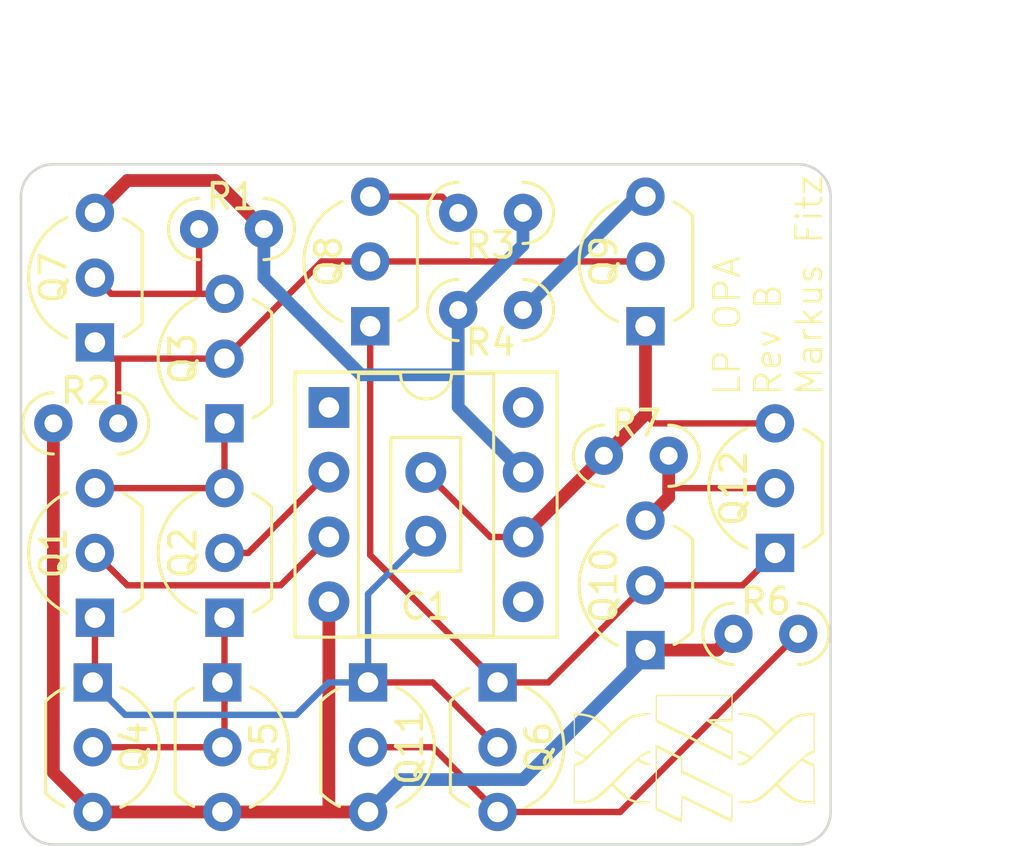
<source format=kicad_pcb>
(kicad_pcb (version 20221018) (generator pcbnew)
  (layers (0 "F.Cu" signal) (31 "B.Cu" signal) (34 "B.Paste" user) (35 "F.Paste" user) (36 "B.SilkS" user "B.Silkscreen") (37 "F.SilkS" user "F.Silkscreen") (38 "B.Mask" user) (39 "F.Mask" user) (44 "Edge.Cuts" user))
  (net 0 "")
  (net 1 "Net-(Q1-C)")
  (net 2 "out")
  (net 4 "in-")
  (net 5 "in+")
  (net 6 "V-")
  (net 8 "V+")
  (net 10 "Net-(Q1-E)")
  (net 11 "Net-(Q2-C)")
  (net 12 "/bias_ref")
  (net 13 "Net-(Q3-E)")
  (net 14 "Net-(Q10-B)")
  (net 15 "Net-(Q11-B)")
  (net 16 "Net-(Q8-E)")
  (net 17 "Net-(Q9-E)")
  (net 18 "Net-(Q10-E)")
  (footprint "Package_TO_SOT_THT:TO-92_Inline_Wide" (layer "F.Cu") (at 139.425 80.645 90)
    (fp_text reference "Q9" (at 2.54 -1.63 90) (layer "F.SilkS"))
    (fp_text value "BC557")
    (fp_line (start 0.74 1.85) (end 4.34 1.85) (stroke (width 0.12)) (layer "F.SilkS"))
    (fp_arc (start 0.1836 -1.098807) (mid 1.143021 -2.192817) (end 2.54 -2.6) (stroke (width 0.12)) (layer "F.SilkS"))
    (fp_arc (start 0.74 1.85) (mid 0.446097 1.509328) (end 0.215816 1.122795) (stroke (width 0.12)) (layer "F.SilkS"))
    (fp_arc (start 2.54 -2.6) (mid 3.936979 -2.192818) (end 4.8964 -1.098807) (stroke (width 0.12)) (layer "F.SilkS"))
    (fp_arc (start 4.864184 1.122795) (mid 4.633903 1.509328) (end 4.34 1.85) (stroke (width 0.12)) (layer "F.SilkS"))
    (pad "1" thru_hole rect (at 0 0 90) (size 1.5 1.5) (drill 0.8) (layers "*.Cu" "*.Mask") (net 2 "out"))
    (pad "2" thru_hole circle (at 2.54 0 90) (size 1.5 1.5) (drill 0.8) (layers "*.Cu" "*.Mask") (net 12 "/bias_ref"))
    (pad "3" thru_hole circle (at 5.08 0 90) (size 1.5 1.5) (drill 0.8) (layers "*.Cu" "*.Mask") (net 17 "Net-(Q9-E)"))
  )
  (footprint "FA_resistors_tht:resistor_symm" (layer "F.Cu") (at 133.35 80.01)
    (fp_text reference "R4" (at 0 1.27 unlocked) (layer "F.SilkS"))
    (fp_text value "65")
    (fp_arc (start -1.27 1.2) (mid -2.47 0) (end -1.27 -1.2) (stroke (width 0.12)) (layer "F.SilkS"))
    (fp_arc (start 1.27 -1.2) (mid 2.47 0) (end 1.27 1.2) (stroke (width 0.12)) (layer "F.SilkS"))
    (pad "1" thru_hole circle (at -1.27 0) (size 1.5 1.5) (drill 0.7) (layers "*.Cu" "*.Mask") (net 8 "V+"))
    (pad "2" thru_hole circle (at 1.27 0) (size 1.5 1.5) (drill 0.7) (layers "*.Cu" "*.Mask") (net 17 "Net-(Q9-E)"))
  )
  (footprint "Package_TO_SOT_THT:TO-92_Inline_Wide" (layer "F.Cu") (at 117.835 92.075 90)
    (fp_text reference "Q1" (at 2.54 -1.63 90) (layer "F.SilkS"))
    (fp_text value "BC557")
    (fp_line (start 0.74 1.85) (end 4.34 1.85) (stroke (width 0.12)) (layer "F.SilkS"))
    (fp_arc (start 0.1836 -1.098807) (mid 1.143021 -2.192817) (end 2.54 -2.6) (stroke (width 0.12)) (layer "F.SilkS"))
    (fp_arc (start 0.74 1.85) (mid 0.446097 1.509328) (end 0.215816 1.122795) (stroke (width 0.12)) (layer "F.SilkS"))
    (fp_arc (start 2.54 -2.6) (mid 3.936979 -2.192818) (end 4.8964 -1.098807) (stroke (width 0.12)) (layer "F.SilkS"))
    (fp_arc (start 4.864184 1.122795) (mid 4.633903 1.509328) (end 4.34 1.85) (stroke (width 0.12)) (layer "F.SilkS"))
    (pad "1" thru_hole rect (at 0 0 90) (size 1.5 1.5) (drill 0.8) (layers "*.Cu" "*.Mask") (net 1 "Net-(Q1-C)"))
    (pad "2" thru_hole circle (at 2.54 0 90) (size 1.5 1.5) (drill 0.8) (layers "*.Cu" "*.Mask") (net 5 "in+"))
    (pad "3" thru_hole circle (at 5.08 0 90) (size 1.5 1.5) (drill 0.8) (layers "*.Cu" "*.Mask") (net 10 "Net-(Q1-E)"))
  )
  (footprint "Package_TO_SOT_THT:TO-92_Inline_Wide" (layer "F.Cu") (at 122.915 92.075 90)
    (fp_text reference "Q2" (at 2.54 -1.63 90) (layer "F.SilkS"))
    (fp_text value "BC557")
    (fp_line (start 0.74 1.85) (end 4.34 1.85) (stroke (width 0.12)) (layer "F.SilkS"))
    (fp_arc (start 0.1836 -1.098807) (mid 1.143021 -2.192817) (end 2.54 -2.6) (stroke (width 0.12)) (layer "F.SilkS"))
    (fp_arc (start 0.74 1.85) (mid 0.446097 1.509328) (end 0.215816 1.122795) (stroke (width 0.12)) (layer "F.SilkS"))
    (fp_arc (start 2.54 -2.6) (mid 3.936979 -2.192818) (end 4.8964 -1.098807) (stroke (width 0.12)) (layer "F.SilkS"))
    (fp_arc (start 4.864184 1.122795) (mid 4.633903 1.509328) (end 4.34 1.85) (stroke (width 0.12)) (layer "F.SilkS"))
    (pad "1" thru_hole rect (at 0 0 90) (size 1.5 1.5) (drill 0.8) (layers "*.Cu" "*.Mask") (net 11 "Net-(Q2-C)"))
    (pad "2" thru_hole circle (at 2.54 0 90) (size 1.5 1.5) (drill 0.8) (layers "*.Cu" "*.Mask") (net 4 "in-"))
    (pad "3" thru_hole circle (at 5.08 0 90) (size 1.5 1.5) (drill 0.8) (layers "*.Cu" "*.Mask") (net 10 "Net-(Q1-E)"))
  )
  (footprint "FA_logos:full_logo_small" (layer "F.Cu") (at 141.31 97.63 90)
    (fp_text reference "G***" hide)
    (fp_text value "LOGO" hide)
    (fp_poly (pts (xy 2.525146 0.024757) (xy 2.525146 1.534893) (xy 2.005263 1.534893) (xy 1.48538 1.534893) (xy 1.48246 1.126413) (xy 1.479539 0.717934) (xy 1.273405 1.126413) (xy 1.067272 1.534893) (xy 0.508985 1.534893) (xy -0.049301 1.534893) (xy -0.02456 1.48538) (xy 0.099244 1.48538) (xy 0.534346 1.48538) (xy 0.969447 1.48538) (xy 1.21306 0.990254) (xy 1.316276 0.791461) (xy 1.410007 0.630752) (xy 1.483001 0.526243) (xy 1.52054 0.495127) (xy 1.551509 0.521988) (xy 1.571373 0.611059) (xy 1.581775 0.775071) (xy 1.584405 0.990254) (xy 1.584405 1.48538) (xy 2.03002 1.48538) (xy 2.475634 1.48538) (xy 2.475634 0.024757) (xy 2.475634 -1.435867) (xy 2.017251 -1.435867) (xy 1.558868 -1.435867) (xy 0.829056 0.024757) (xy 0.099244 1.48538) (xy -0.02456 1.48538) (xy 0.705284 0.024757) (xy 1.459869 -1.48538) (xy 1.992507 -1.48538) (xy 2.525146 -1.48538)) (fill solid) (layer "F.SilkS"))
    (fp_poly (pts (xy 0.335005 -0.965497) (xy 0.07645 -0.445614) (xy -0.173194 -0.445614) (xy -0.422837 -0.445614) (xy -0.915984 0.54464) (xy -1.409132 1.534893) (xy -1.942383 1.534893) (xy -2.158758 1.532708) (xy -2.332931 1.52679) (xy -2.444705 1.518097) (xy -2.475633 1.509642) (xy -2.457888 1.467925) (xy -2.327095 1.467925) (xy -2.281366 1.475798) (xy -2.159301 1.481826) (xy -1.983588 1.485071) (xy -1.904414 1.48538) (xy -1.481733 1.48538) (xy -1.005231 0.495127) (xy -0.528729 -0.495127) (xy -0.275539 -0.495127) (xy -0.022349 -0.495127) (xy 0.211308 -0.965497) (xy 0.444964 -1.435867) (xy -0.717762 -1.435867) (xy -1.880488 -1.435867) (xy -2.103792 -0.991243) (xy -2.197735 -0.801953) (xy -2.272187 -0.647684) (xy -2.317624 -0.548413) (xy -2.327095 -0.522665) (xy -2.28119 -0.510941) (xy -2.157863 -0.499103) (xy -1.978703 -0.488916) (xy -1.860473 -0.484541) (xy -1.393851 -0.47037) (xy -1.860473 0.490049) (xy -1.99753 0.772919) (xy -2.118671 1.024417) (xy -2.217626 1.231409) (xy -2.288128 1.380756) (xy -2.323907 1.459322) (xy -2.327095 1.467925) (xy -2.457888 1.467925) (xy -2.454447 1.459835) (xy -2.395212 1.334889) (xy -2.304414 1.148114) (xy -2.18854 0.912815) (xy -2.054077 0.642302) (xy -2.005263 0.54464) (xy -1.865956 0.265182) (xy -1.743033 0.016413) (xy -1.642979 -0.188359) (xy -1.572281 -0.335826) (xy -1.537426 -0.412681) (xy -1.534893 -0.420362) (xy -1.580818 -0.431213) (xy -1.704257 -0.439728) (xy -1.883705 -0.444753) (xy -2.005263 -0.445614) (xy -2.207387 -0.448119) (xy -2.366003 -0.454852) (xy -2.459606 -0.464639) (xy -2.475633 -0.47127) (xy -2.454723 -0.52322) (xy -2.398007 -0.644559) (xy -2.314505 -0.816377) (xy -2.227619 -0.991153) (xy -1.979604 -1.48538) (xy -0.693022 -1.48538) (xy 0.59356 -1.48538)) (fill solid) (layer "F.SilkS"))
    (fp_poly (pts (xy 1.807361 -4.3955) (xy 1.745641 -4.067677) (xy 1.63129 -3.79761) (xy 1.447432 -3.550707) (xy 1.342528 -3.442782) (xy 1.088852 -3.19687) (xy 1.359196 -2.922899) (xy 1.501713 -2.765218) (xy 1.622691 -2.607743) (xy 1.697475 -2.482782) (xy 1.700529 -2.475633) (xy 1.743875 -2.338534) (xy 1.780083 -2.168685) (xy 1.806085 -1.992172) (xy 1.818811 -1.835085) (xy 1.815194 -1.72351) (xy 1.793713 -1.683431) (xy 1.763688 -1.728371) (xy 1.733087 -1.845505) (xy 1.711079 -1.98974) (xy 1.679562 -2.182199) (xy 1.634574 -2.357654) (xy 1.599868 -2.447732) (xy 1.544341 -2.524645) (xy 1.429232 -2.659717) (xy 1.2652 -2.841305) (xy 1.062901 -3.057767) (xy 0.832996 -3.29746) (xy 0.662768 -3.471389) (xy 0.368028 -3.77308) (xy 0.139659 -4.014146) (xy -0.012484 -4.18382) (xy 0.119114 -4.18382) (xy 0.565726 -3.726188) (xy 1.012338 -3.268555) (xy 1.252858 -3.503381) (xy 1.393811 -3.654098) (xy 1.516621 -3.808034) (xy 1.58336 -3.912018) (xy 1.641276 -4.062932) (xy 1.690267 -4.257323) (xy 1.708848 -4.37001) (xy 1.744354 -4.654191) (xy 1.050724 -4.654191) (xy 0.357095 -4.654191) (xy 0.238104 -4.419006) (xy 0.119114 -4.18382) (xy -0.012484 -4.18382) (xy -0.028362 -4.201527) (xy -0.142057 -4.342165) (xy -0.20745 -4.442998) (xy -0.228859 -4.498777) (xy -0.259941 -4.654191) (xy -0.94693 -4.654191) (xy -1.633918 -4.654191) (xy -1.633642 -4.443762) (xy -1.629906 -4.293056) (xy -1.613944 -4.162268) (xy -1.577975 -4.039559) (xy -1.514217 -3.913092) (xy -1.414891 -3.771029) (xy -1.272216 -3.601533) (xy -1.078411 -3.392766) (xy -0.825696 -3.132891) (xy -0.665229 -2.970405) (xy -0.355053 -2.65216) (xy -0.101473 -2.38145) (xy 0.091165 -2.163175) (xy 0.218518 -2.002232) (xy 0.272723 -1.912909) (xy 0.316784 -1.789584) (xy 0.331549 -1.709466) (xy 0.328027 -1.697877) (xy 0.271613 -1.693995) (xy 0.216229 -1.748921) (xy 0.198051 -1.811876) (xy 0.172272 -1.904417) (xy 0.116479 -2.009459) (xy 0.034907 -2.133954) (xy -0.056489 -1.995339) (xy -0.120533 -1.873461) (xy -0.148188 -1.771816) (xy -0.148212 -1.770078) (xy -0.17185 -1.696591) (xy -0.198051 -1.683431) (xy -0.241324 -1.722487) (xy -0.241263 -1.821422) (xy -0.201406 -1.952884) (xy -0.1504 -2.051763) (xy -0.053236 -2.208977) (xy -0.512303 -2.666135) (xy -0.971369 -3.123293) (xy -1.252845 -2.828195) (xy -1.427733 -2.634301) (xy -1.540003 -2.474519) (xy -1.602889 -2.319299) (xy -1.629624 -2.139094) (xy -1.633918 -1.977283) (xy -1.641508 -1.820363) (xy -1.661296 -1.714117) (xy -1.683431 -1.683431) (xy -1.709265 -1.72893) (xy -1.726967 -1.849582) (xy -1.732943 -2.007235) (xy -1.714464 -2.263476) (xy -1.650361 -2.479735) (xy -1.52764 -2.683577) (xy -1.333302 -2.902568) (xy -1.291116 -2.944352) (xy -1.03934 -3.190265) (xy -1.309973 -3.464236) (xy -1.530173 -3.726625) (xy -1.665297 -3.99144) (xy -1.72652 -4.284394) (xy -1.732943 -4.437609) (xy -1.732943 -4.703703) (xy -0.940741 -4.703703) (xy -0.64321 -4.702857) (xy -0.430637 -4.699294) (xy -0.288962 -4.691477) (xy -0.204124 -4.677868) (xy -0.162062 -4.656931) (xy -0.148717 -4.627128) (xy -0.148212 -4.617056) (xy -0.121729 -4.516612) (xy -0.058294 -4.39455) (xy -0.056489 -4.391795) (xy 0.034907 -4.25318) (xy 0.110862 -4.369102) (xy 0.175593 -4.492383) (xy 0.205442 -4.581986) (xy 0.218263 -4.618098) (xy 0.250317 -4.644365) (xy 0.316001 -4.662713) (xy 0.429713 -4.675063) (xy 0.605851 -4.683342) (xy 0.858813 -4.689472) (xy 1.033024 -4.692576) (xy 1.841982 -4.706203)) (fill solid) (layer "F.SilkS"))
    (fp_poly (pts (xy 1.81577 1.776832) (xy 1.818558 1.891106) (xy 1.805145 2.049677) (xy 1.7786 2.226459) (xy 1.741991 2.395362) (xy 1.700529 2.525146) (xy 1.630197 2.646373) (xy 1.511823 2.802532) (xy 1.370065 2.961317) (xy 1.359196 2.972412) (xy 1.088852 3.246383) (xy 1.340628 3.492295) (xy 1.547594 3.717065) (xy 1.683722 3.929207) (xy 1.765851 4.162128) (xy 1.807725 4.41911) (xy 1.843505 4.753217) (xy 1.0554 4.753217) (xy 0.267296 4.753217) (xy 0.154982 4.52204) (xy 0.042667 4.290864) (xy -0.052609 4.435393) (xy -0.118182 4.558581) (xy -0.148042 4.661454) (xy -0.148212 4.666569) (xy -0.15607 4.699111) (xy -0.188734 4.72236) (xy -0.260265 4.737853) (xy -0.384722 4.747126) (xy -0.576167 4.751718) (xy -0.848659 4.753165) (xy -0.940741 4.753217) (xy -1.732943 4.753217) (xy -1.732943 4.703704) (xy -1.633918 4.703704) (xy -0.940741 4.703704) (xy -0.66375 4.702479) (xy -0.471042 4.697658) (xy -0.347893 4.687527) (xy -0.279576 4.670367) (xy -0.251368 4.644464) (xy -0.247563 4.622901) (xy -0.222645 4.528695) (xy -0.161546 4.403452) (xy -0.1504 4.384884) (xy -0.053236 4.22767) (xy -0.513478 3.769341) (xy -0.973721 3.311013) (xy -1.252101 3.611696) (xy -1.444601 3.845446) (xy -1.563414 4.06206) (xy -1.62171 4.291968) (xy -1.633642 4.493275) (xy -1.633918 4.703704) (xy -1.732943 4.703704) (xy -1.732943 4.487122) (xy -1.7023 4.172221) (xy -1.602925 3.89744) (xy -1.423647 3.637072) (xy -1.310059 3.513835) (xy -1.03951 3.23995) (xy -1.310431 2.972394) (xy -1.512402 2.741966) (xy -1.640003 2.526912) (xy -1.657148 2.482391) (xy -1.696327 2.327685) (xy -1.721467 2.15048) (xy -1.731646 1.977095) (xy -1.725939 1.833852) (xy -1.703425 1.747071) (xy -1.683431 1.732944) (xy -1.654513 1.777344) (xy -1.636536 1.890298) (xy -1.633642 1.968129) (xy -1.630289 2.125567) (xy -1.615457 2.260793) (xy -1.581373 2.385827) (xy -1.520269 2.512691) (xy -1.424373 2.653404) (xy -1.285914 2.819988) (xy -1.097123 3.024464) (xy -0.850228 3.278853) (xy -0.665229 3.466242) (xy -0.37068 3.768409) (xy -0.12379 4.031346) (xy 0.069265 4.248109) (xy 0.20231 4.411753) (xy 0.26917 4.515335) (xy 0.270487 4.518386) (xy 0.347918 4.703704) (xy 1.046136 4.703704) (xy 1.744354 4.703704) (xy 1.709185 4.422228) (xy 1.680896 4.241178) (xy 1.646475 4.081989) (xy 1.625837 4.013748) (xy 1.578257 3.943464) (xy 1.470807 3.814958) (xy 1.313931 3.639738) (xy 1.118072 3.429309) (xy 0.893674 3.19518) (xy 0.746638 3.045029) (xy 0.508098 2.801788) (xy 0.289334 2.575628) (xy 0.10125 2.37807) (xy -0.045251 2.220634) (xy -0.139262 2.11484) (xy -0.165973 2.080894) (xy -0.222333 1.962214) (xy -0.24586 1.843322) (xy -0.233546 1.756867) (xy -0.198051 1.732944) (xy -0.155904 1.773827) (xy -0.148212 1.819591) (xy -0.121729 1.920035) (xy -0.058294 2.042098) (xy -0.056489 2.044852) (xy 0.034907 2.183467) (xy 0.116479 2.058973) (xy 0.175851 1.945262) (xy 0.198051 1.861389) (xy 0.229642 1.774971) (xy 0.250858 1.755664) (xy 0.316955 1.737872) (xy 0.327608 1.79764) (xy 0.283016 1.930611) (xy 0.238609 2.026132) (xy 0.116727 2.272411) (xy 0.567182 2.720993) (xy 1.017638 3.169575) (xy 1.270991 2.909252) (xy 1.459981 2.699445) (xy 1.584416 2.51438) (xy 1.660656 2.321715) (xy 1.705063 2.089108) (xy 1.711079 2.039253) (xy 1.736133 1.880025) (xy 1.767012 1.769264) (xy 1.793713 1.732944)) (fill solid) (layer "F.SilkS"))
  )
  (footprint "FA_resistors_tht:resistor_symm" (layer "F.Cu") (at 144.145 92.71 180)
    (fp_text reference "R6" (at 0 1.27 unlocked) (layer "F.SilkS"))
    (fp_text value "510")
    (fp_arc (start -1.27 1.2) (mid -2.47 0) (end -1.27 -1.2) (stroke (width 0.12)) (layer "F.SilkS"))
    (fp_arc (start 1.27 -1.2) (mid 2.47 0) (end 1.27 1.2) (stroke (width 0.12)) (layer "F.SilkS"))
    (pad "1" thru_hole circle (at -1.27 0 180) (size 1.5 1.5) (drill 0.7) (layers "*.Cu" "*.Mask") (net 15 "Net-(Q11-B)"))
    (pad "2" thru_hole circle (at 1.27 0 180) (size 1.5 1.5) (drill 0.7) (layers "*.Cu" "*.Mask") (net 6 "V-"))
  )
  (footprint "FA_resistors_tht:resistor_symm" (layer "F.Cu") (at 117.475 84.455 180)
    (fp_text reference "R2" (at 0 1.27 unlocked) (layer "F.SilkS"))
    (fp_text value "22k")
    (fp_arc (start -1.27 1.2) (mid -2.47 0) (end -1.27 -1.2) (stroke (width 0.12)) (layer "F.SilkS"))
    (fp_arc (start 1.27 -1.2) (mid 2.47 0) (end 1.27 1.2) (stroke (width 0.12)) (layer "F.SilkS"))
    (pad "1" thru_hole circle (at -1.27 0 180) (size 1.5 1.5) (drill 0.7) (layers "*.Cu" "*.Mask") (net 12 "/bias_ref"))
    (pad "2" thru_hole circle (at 1.27 0 180) (size 1.5 1.5) (drill 0.7) (layers "*.Cu" "*.Mask") (net 6 "V-"))
  )
  (footprint "Package_TO_SOT_THT:TO-92_Inline_Wide" (layer "F.Cu") (at 139.425 93.345 90)
    (fp_text reference "Q10" (at 2.54 -1.63 90) (layer "F.SilkS"))
    (fp_text value "BC557")
    (fp_line (start 0.74 1.85) (end 4.34 1.85) (stroke (width 0.12)) (layer "F.SilkS"))
    (fp_arc (start 0.1836 -1.098807) (mid 1.143021 -2.192817) (end 2.54 -2.6) (stroke (width 0.12)) (layer "F.SilkS"))
    (fp_arc (start 0.74 1.85) (mid 0.446097 1.509328) (end 0.215816 1.122795) (stroke (width 0.12)) (layer "F.SilkS"))
    (fp_arc (start 2.54 -2.6) (mid 3.936979 -2.192818) (end 4.8964 -1.098807) (stroke (width 0.12)) (layer "F.SilkS"))
    (fp_arc (start 4.864184 1.122795) (mid 4.633903 1.509328) (end 4.34 1.85) (stroke (width 0.12)) (layer "F.SilkS"))
    (pad "1" thru_hole rect (at 0 0 90) (size 1.5 1.5) (drill 0.8) (layers "*.Cu" "*.Mask") (net 6 "V-"))
    (pad "2" thru_hole circle (at 2.54 0 90) (size 1.5 1.5) (drill 0.8) (layers "*.Cu" "*.Mask") (net 14 "Net-(Q10-B)"))
    (pad "3" thru_hole circle (at 5.08 0 90) (size 1.5 1.5) (drill 0.8) (layers "*.Cu" "*.Mask") (net 18 "Net-(Q10-E)"))
  )
  (footprint "Package_TO_SOT_THT:TO-92_Inline_Wide" (layer "F.Cu") (at 133.625 94.615 -90)
    (fp_text reference "Q6" (at 2.54 -1.63 90) (layer "F.SilkS"))
    (fp_text value "BC547")
    (fp_line (start 0.74 1.85) (end 4.34 1.85) (stroke (width 0.12)) (layer "F.SilkS"))
    (fp_arc (start 0.1836 -1.098807) (mid 1.143021 -2.192817) (end 2.54 -2.6) (stroke (width 0.12)) (layer "F.SilkS"))
    (fp_arc (start 0.74 1.85) (mid 0.446097 1.509328) (end 0.215816 1.122795) (stroke (width 0.12)) (layer "F.SilkS"))
    (fp_arc (start 2.54 -2.6) (mid 3.936979 -2.192818) (end 4.8964 -1.098807) (stroke (width 0.12)) (layer "F.SilkS"))
    (fp_arc (start 4.864184 1.122795) (mid 4.633903 1.509328) (end 4.34 1.85) (stroke (width 0.12)) (layer "F.SilkS"))
    (pad "1" thru_hole rect (at 0 0 270) (size 1.5 1.5) (drill 0.8) (layers "*.Cu" "*.Mask") (net 14 "Net-(Q10-B)"))
    (pad "2" thru_hole circle (at 2.54 0 270) (size 1.5 1.5) (drill 0.8) (layers "*.Cu" "*.Mask") (net 1 "Net-(Q1-C)"))
    (pad "3" thru_hole circle (at 5.08 0 270) (size 1.5 1.5) (drill 0.8) (layers "*.Cu" "*.Mask") (net 15 "Net-(Q11-B)"))
  )
  (footprint "Package_TO_SOT_THT:TO-92_Inline_Wide" (layer "F.Cu") (at 122.915 84.455 90)
    (fp_text reference "Q3" (at 2.54 -1.63 90) (layer "F.SilkS"))
    (fp_text value "BC557")
    (fp_line (start 0.74 1.85) (end 4.34 1.85) (stroke (width 0.12)) (layer "F.SilkS"))
    (fp_arc (start 0.1836 -1.098807) (mid 1.143021 -2.192817) (end 2.54 -2.6) (stroke (width 0.12)) (layer "F.SilkS"))
    (fp_arc (start 0.74 1.85) (mid 0.446097 1.509328) (end 0.215816 1.122795) (stroke (width 0.12)) (layer "F.SilkS"))
    (fp_arc (start 2.54 -2.6) (mid 3.936979 -2.192818) (end 4.8964 -1.098807) (stroke (width 0.12)) (layer "F.SilkS"))
    (fp_arc (start 4.864184 1.122795) (mid 4.633903 1.509328) (end 4.34 1.85) (stroke (width 0.12)) (layer "F.SilkS"))
    (pad "1" thru_hole rect (at 0 0 90) (size 1.5 1.5) (drill 0.8) (layers "*.Cu" "*.Mask") (net 10 "Net-(Q1-E)"))
    (pad "2" thru_hole circle (at 2.54 0 90) (size 1.5 1.5) (drill 0.8) (layers "*.Cu" "*.Mask") (net 12 "/bias_ref"))
    (pad "3" thru_hole circle (at 5.08 0 90) (size 1.5 1.5) (drill 0.8) (layers "*.Cu" "*.Mask") (net 13 "Net-(Q3-E)"))
  )
  (footprint "Package_TO_SOT_THT:TO-92_Inline_Wide" (layer "F.Cu") (at 144.505 89.535 90)
    (fp_text reference "Q12" (at 2.54 -1.63 90) (layer "F.SilkS"))
    (fp_text value "BC557")
    (fp_line (start 0.74 1.85) (end 4.34 1.85) (stroke (width 0.12)) (layer "F.SilkS"))
    (fp_arc (start 0.1836 -1.098807) (mid 1.143021 -2.192817) (end 2.54 -2.6) (stroke (width 0.12)) (layer "F.SilkS"))
    (fp_arc (start 0.74 1.85) (mid 0.446097 1.509328) (end 0.215816 1.122795) (stroke (width 0.12)) (layer "F.SilkS"))
    (fp_arc (start 2.54 -2.6) (mid 3.936979 -2.192818) (end 4.8964 -1.098807) (stroke (width 0.12)) (layer "F.SilkS"))
    (fp_arc (start 4.864184 1.122795) (mid 4.633903 1.509328) (end 4.34 1.85) (stroke (width 0.12)) (layer "F.SilkS"))
    (pad "1" thru_hole rect (at 0 0 90) (size 1.5 1.5) (drill 0.8) (layers "*.Cu" "*.Mask") (net 14 "Net-(Q10-B)"))
    (pad "2" thru_hole circle (at 2.54 0 90) (size 1.5 1.5) (drill 0.8) (layers "*.Cu" "*.Mask") (net 18 "Net-(Q10-E)"))
    (pad "3" thru_hole circle (at 5.08 0 90) (size 1.5 1.5) (drill 0.8) (layers "*.Cu" "*.Mask") (net 2 "out"))
  )
  (footprint "FA_resistors_tht:resistor_symm" (layer "F.Cu") (at 123.19 76.835 180)
    (fp_text reference "R1" (at 0 1.27 unlocked) (layer "F.SilkS"))
    (fp_text value "1k2")
    (fp_arc (start -1.27 1.2) (mid -2.47 0) (end -1.27 -1.2) (stroke (width 0.12)) (layer "F.SilkS"))
    (fp_arc (start 1.27 -1.2) (mid 2.47 0) (end 1.27 1.2) (stroke (width 0.12)) (layer "F.SilkS"))
    (pad "1" thru_hole circle (at -1.27 0 180) (size 1.5 1.5) (drill 0.7) (layers "*.Cu" "*.Mask") (net 8 "V+"))
    (pad "2" thru_hole circle (at 1.27 0 180) (size 1.5 1.5) (drill 0.7) (layers "*.Cu" "*.Mask") (net 13 "Net-(Q3-E)"))
  )
  (footprint "Package_TO_SOT_THT:TO-92_Inline_Wide" (layer "F.Cu") (at 117.835 81.28 90)
    (fp_text reference "Q7" (at 2.54 -1.63 90) (layer "F.SilkS"))
    (fp_text value "BC557")
    (fp_line (start 0.74 1.85) (end 4.34 1.85) (stroke (width 0.12)) (layer "F.SilkS"))
    (fp_arc (start 0.1836 -1.098807) (mid 1.143021 -2.192817) (end 2.54 -2.6) (stroke (width 0.12)) (layer "F.SilkS"))
    (fp_arc (start 0.74 1.85) (mid 0.446097 1.509328) (end 0.215816 1.122795) (stroke (width 0.12)) (layer "F.SilkS"))
    (fp_arc (start 2.54 -2.6) (mid 3.936979 -2.192818) (end 4.8964 -1.098807) (stroke (width 0.12)) (layer "F.SilkS"))
    (fp_arc (start 4.864184 1.122795) (mid 4.633903 1.509328) (end 4.34 1.85) (stroke (width 0.12)) (layer "F.SilkS"))
    (pad "1" thru_hole rect (at 0 0 90) (size 1.5 1.5) (drill 0.8) (layers "*.Cu" "*.Mask") (net 12 "/bias_ref"))
    (pad "2" thru_hole circle (at 2.54 0 90) (size 1.5 1.5) (drill 0.8) (layers "*.Cu" "*.Mask") (net 13 "Net-(Q3-E)"))
    (pad "3" thru_hole circle (at 5.08 0 90) (size 1.5 1.5) (drill 0.8) (layers "*.Cu" "*.Mask") (net 8 "V+"))
  )
  (footprint "Capacitor_THT:C_Disc_D5.0mm_W2.5mm_P2.50mm" (layer "F.Cu") (at 130.81 88.88 90)
    (fp_text reference "C1" (at -2.75 0 180) (layer "F.SilkS"))
    (fp_text value "100p")
    (fp_line (start -1.37 -1.37) (end -1.37 1.37) (stroke (width 0.12)) (layer "F.SilkS"))
    (fp_line (start -1.37 -1.37) (end 3.87 -1.37) (stroke (width 0.12)) (layer "F.SilkS"))
    (fp_line (start -1.37 1.37) (end 3.87 1.37) (stroke (width 0.12)) (layer "F.SilkS"))
    (fp_line (start 3.87 -1.37) (end 3.87 1.37) (stroke (width 0.12)) (layer "F.SilkS"))
    (pad "1" thru_hole circle (at 0 0 90) (size 1.6 1.6) (drill 0.8) (layers "*.Cu" "*.Mask") (net 1 "Net-(Q1-C)"))
    (pad "2" thru_hole circle (at 2.5 0 90) (size 1.6 1.6) (drill 0.8) (layers "*.Cu" "*.Mask") (net 2 "out"))
  )
  (footprint "Package_TO_SOT_THT:TO-92_Inline_Wide" (layer "F.Cu") (at 128.545 94.615 -90)
    (fp_text reference "Q11" (at 2.54 -1.63 90) (layer "F.SilkS"))
    (fp_text value "BC547")
    (fp_line (start 0.74 1.85) (end 4.34 1.85) (stroke (width 0.12)) (layer "F.SilkS"))
    (fp_arc (start 0.1836 -1.098807) (mid 1.143021 -2.192817) (end 2.54 -2.6) (stroke (width 0.12)) (layer "F.SilkS"))
    (fp_arc (start 0.74 1.85) (mid 0.446097 1.509328) (end 0.215816 1.122795) (stroke (width 0.12)) (layer "F.SilkS"))
    (fp_arc (start 2.54 -2.6) (mid 3.936979 -2.192818) (end 4.8964 -1.098807) (stroke (width 0.12)) (layer "F.SilkS"))
    (fp_arc (start 4.864184 1.122795) (mid 4.633903 1.509328) (end 4.34 1.85) (stroke (width 0.12)) (layer "F.SilkS"))
    (pad "1" thru_hole rect (at 0 0 270) (size 1.5 1.5) (drill 0.8) (layers "*.Cu" "*.Mask") (net 1 "Net-(Q1-C)"))
    (pad "2" thru_hole circle (at 2.54 0 270) (size 1.5 1.5) (drill 0.8) (layers "*.Cu" "*.Mask") (net 15 "Net-(Q11-B)"))
    (pad "3" thru_hole circle (at 5.08 0 270) (size 1.5 1.5) (drill 0.8) (layers "*.Cu" "*.Mask") (net 6 "V-"))
  )
  (footprint "FA_resistors_tht:resistor_symm" (layer "F.Cu") (at 139.065 85.725)
    (fp_text reference "R7" (at 0 -1.27 unlocked) (layer "F.SilkS"))
    (fp_text value "33")
    (fp_arc (start -1.27 1.2) (mid -2.47 0) (end -1.27 -1.2) (stroke (width 0.12)) (layer "F.SilkS"))
    (fp_arc (start 1.27 -1.2) (mid 2.47 0) (end 1.27 1.2) (stroke (width 0.12)) (layer "F.SilkS"))
    (pad "1" thru_hole circle (at -1.27 0) (size 1.5 1.5) (drill 0.7) (layers "*.Cu" "*.Mask") (net 2 "out"))
    (pad "2" thru_hole circle (at 1.27 0) (size 1.5 1.5) (drill 0.7) (layers "*.Cu" "*.Mask") (net 18 "Net-(Q10-E)"))
  )
  (footprint "Package_TO_SOT_THT:TO-92_Inline_Wide" (layer "F.Cu") (at 128.63 80.645 90)
    (fp_text reference "Q8" (at 2.54 -1.63 90) (layer "F.SilkS"))
    (fp_text value "BC557")
    (fp_line (start 0.74 1.85) (end 4.34 1.85) (stroke (width 0.12)) (layer "F.SilkS"))
    (fp_arc (start 0.1836 -1.098807) (mid 1.143021 -2.192817) (end 2.54 -2.6) (stroke (width 0.12)) (layer "F.SilkS"))
    (fp_arc (start 0.74 1.85) (mid 0.446097 1.509328) (end 0.215816 1.122795) (stroke (width 0.12)) (layer "F.SilkS"))
    (fp_arc (start 2.54 -2.6) (mid 3.936979 -2.192818) (end 4.8964 -1.098807) (stroke (width 0.12)) (layer "F.SilkS"))
    (fp_arc (start 4.864184 1.122795) (mid 4.633903 1.509328) (end 4.34 1.85) (stroke (width 0.12)) (layer "F.SilkS"))
    (pad "1" thru_hole rect (at 0 0 90) (size 1.5 1.5) (drill 0.8) (layers "*.Cu" "*.Mask") (net 14 "Net-(Q10-B)"))
    (pad "2" thru_hole circle (at 2.54 0 90) (size 1.5 1.5) (drill 0.8) (layers "*.Cu" "*.Mask") (net 12 "/bias_ref"))
    (pad "3" thru_hole circle (at 5.08 0 90) (size 1.5 1.5) (drill 0.8) (layers "*.Cu" "*.Mask") (net 16 "Net-(Q8-E)"))
  )
  (footprint "FA_resistors_tht:resistor_symm" (layer "F.Cu") (at 133.35 76.2 180)
    (fp_text reference "R3" (at 0 -1.27 unlocked) (layer "F.SilkS"))
    (fp_text value "1k2")
    (fp_arc (start -1.27 1.2) (mid -2.47 0) (end -1.27 -1.2) (stroke (width 0.12)) (layer "F.SilkS"))
    (fp_arc (start 1.27 -1.2) (mid 2.47 0) (end 1.27 1.2) (stroke (width 0.12)) (layer "F.SilkS"))
    (pad "1" thru_hole circle (at -1.27 0 180) (size 1.5 1.5) (drill 0.7) (layers "*.Cu" "*.Mask") (net 8 "V+"))
    (pad "2" thru_hole circle (at 1.27 0 180) (size 1.5 1.5) (drill 0.7) (layers "*.Cu" "*.Mask") (net 16 "Net-(Q8-E)"))
  )
  (footprint "Package_TO_SOT_THT:TO-92_Inline_Wide" (layer "F.Cu") (at 122.83 94.615 -90)
    (fp_text reference "Q5" (at 2.54 -1.63 90) (layer "F.SilkS"))
    (fp_text value "BC547")
    (fp_line (start 0.74 1.85) (end 4.34 1.85) (stroke (width 0.12)) (layer "F.SilkS"))
    (fp_arc (start 0.1836 -1.098807) (mid 1.143021 -2.192817) (end 2.54 -2.6) (stroke (width 0.12)) (layer "F.SilkS"))
    (fp_arc (start 0.74 1.85) (mid 0.446097 1.509328) (end 0.215816 1.122795) (stroke (width 0.12)) (layer "F.SilkS"))
    (fp_arc (start 2.54 -2.6) (mid 3.936979 -2.192818) (end 4.8964 -1.098807) (stroke (width 0.12)) (layer "F.SilkS"))
    (fp_arc (start 4.864184 1.122795) (mid 4.633903 1.509328) (end 4.34 1.85) (stroke (width 0.12)) (layer "F.SilkS"))
    (pad "1" thru_hole rect (at 0 0 270) (size 1.5 1.5) (drill 0.8) (layers "*.Cu" "*.Mask") (net 11 "Net-(Q2-C)"))
    (pad "2" thru_hole circle (at 2.54 0 270) (size 1.5 1.5) (drill 0.8) (layers "*.Cu" "*.Mask") (net 11 "Net-(Q2-C)"))
    (pad "3" thru_hole circle (at 5.08 0 270) (size 1.5 1.5) (drill 0.8) (layers "*.Cu" "*.Mask") (net 6 "V-"))
  )
  (footprint "Package_TO_SOT_THT:TO-92_Inline_Wide" (layer "F.Cu") (at 117.75 94.615 -90)
    (fp_text reference "Q4" (at 2.54 -1.63 90) (layer "F.SilkS"))
    (fp_text value "BC547")
    (fp_line (start 0.74 1.85) (end 4.34 1.85) (stroke (width 0.12)) (layer "F.SilkS"))
    (fp_arc (start 0.1836 -1.098807) (mid 1.143021 -2.192817) (end 2.54 -2.6) (stroke (width 0.12)) (layer "F.SilkS"))
    (fp_arc (start 0.74 1.85) (mid 0.446097 1.509328) (end 0.215816 1.122795) (stroke (width 0.12)) (layer "F.SilkS"))
    (fp_arc (start 2.54 -2.6) (mid 3.936979 -2.192818) (end 4.8964 -1.098807) (stroke (width 0.12)) (layer "F.SilkS"))
    (fp_arc (start 4.864184 1.122795) (mid 4.633903 1.509328) (end 4.34 1.85) (stroke (width 0.12)) (layer "F.SilkS"))
    (pad "1" thru_hole rect (at 0 0 270) (size 1.5 1.5) (drill 0.8) (layers "*.Cu" "*.Mask") (net 1 "Net-(Q1-C)"))
    (pad "2" thru_hole circle (at 2.54 0 270) (size 1.5 1.5) (drill 0.8) (layers "*.Cu" "*.Mask") (net 11 "Net-(Q2-C)"))
    (pad "3" thru_hole circle (at 5.08 0 270) (size 1.5 1.5) (drill 0.8) (layers "*.Cu" "*.Mask") (net 6 "V-"))
  )
  (footprint "Package_DIP:DIP-8_W7.62mm_Socket" (layer "F.Cu") (at 127.01 83.83)
    (fp_text reference "J1" hide)
    (fp_text value "DIP-8 header")
    (fp_line (start -1.33 -1.39) (end -1.33 9.01) (stroke (width 0.12)) (layer "F.SilkS"))
    (fp_line (start -1.33 9.01) (end 8.95 9.01) (stroke (width 0.12)) (layer "F.SilkS"))
    (fp_line (start 1.16 -1.33) (end 1.16 8.95) (stroke (width 0.12)) (layer "F.SilkS"))
    (fp_line (start 1.16 8.95) (end 6.46 8.95) (stroke (width 0.12)) (layer "F.SilkS"))
    (fp_line (start 2.81 -1.33) (end 1.16 -1.33) (stroke (width 0.12)) (layer "F.SilkS"))
    (fp_line (start 6.46 -1.33) (end 4.81 -1.33) (stroke (width 0.12)) (layer "F.SilkS"))
    (fp_line (start 6.46 8.95) (end 6.46 -1.33) (stroke (width 0.12)) (layer "F.SilkS"))
    (fp_line (start 8.95 -1.39) (end -1.33 -1.39) (stroke (width 0.12)) (layer "F.SilkS"))
    (fp_line (start 8.95 9.01) (end 8.95 -1.39) (stroke (width 0.12)) (layer "F.SilkS"))
    (fp_arc (start 4.81 -1.33) (mid 3.81 -0.33) (end 2.81 -1.33) (stroke (width 0.12)) (layer "F.SilkS"))
    (pad "1" thru_hole rect (at 0 0) (size 1.6 1.6) (drill 0.8) (layers "*.Cu" "*.Mask"))
    (pad "2" thru_hole oval (at 0 2.54) (size 1.6 1.6) (drill 0.8) (layers "*.Cu" "*.Mask") (net 4 "in-"))
    (pad "3" thru_hole oval (at 0 5.08) (size 1.6 1.6) (drill 0.8) (layers "*.Cu" "*.Mask") (net 5 "in+"))
    (pad "4" thru_hole oval (at 0 7.62) (size 1.6 1.6) (drill 0.8) (layers "*.Cu" "*.Mask") (net 6 "V-"))
    (pad "5" thru_hole oval (at 7.62 7.62) (size 1.6 1.6) (drill 0.8) (layers "*.Cu" "*.Mask"))
    (pad "6" thru_hole oval (at 7.62 5.08) (size 1.6 1.6) (drill 0.8) (layers "*.Cu" "*.Mask") (net 2 "out"))
    (pad "7" thru_hole oval (at 7.62 2.54) (size 1.6 1.6) (drill 0.8) (layers "*.Cu" "*.Mask") (net 8 "V+"))
    (pad "8" thru_hole oval (at 7.62 0) (size 1.6 1.6) (drill 0.8) (layers "*.Cu" "*.Mask"))
  )
  (gr_line (start 130.81 74.295) (end 116.205 74.295) (stroke (width 0.1)) (layer "Edge.Cuts"))
  (gr_line (start 114.935 75.565) (end 114.935 99.695) (stroke (width 0.1)) (layer "Edge.Cuts"))
  (gr_arc (start 116.205 100.965) (mid 115.306974 100.593026) (end 114.935 99.695) (stroke (width 0.1)) (layer "Edge.Cuts"))
  (gr_line (start 146.685 99.695) (end 146.685 87.63) (stroke (width 0.1)) (layer "Edge.Cuts"))
  (gr_line (start 146.685 87.63) (end 146.685 75.565) (stroke (width 0.1)) (layer "Edge.Cuts"))
  (gr_line (start 116.205 100.965) (end 145.415 100.965) (stroke (width 0.1)) (layer "Edge.Cuts"))
  (gr_arc (start 145.415 74.295) (mid 146.313026 74.666974) (end 146.685 75.565) (stroke (width 0.1)) (layer "Edge.Cuts"))
  (gr_arc (start 146.685 99.695) (mid 146.313026 100.593026) (end 145.415 100.965) (stroke (width 0.1)) (layer "Edge.Cuts"))
  (gr_arc (start 114.935 75.565) (mid 115.306974 74.666974) (end 116.205 74.295) (stroke (width 0.1)) (layer "Edge.Cuts"))
  (gr_line (start 145.415 74.295) (end 130.81 74.295) (stroke (width 0.1)) (layer "Edge.Cuts"))
  (gr_text "LP OPA\nRev B\nMarkus Fitz" (at 146.431 83.439 90) (layer "F.SilkS") (effects (font (size 1 1) (thickness 0.1)) (justify left bottom)))
  (segment (start 117.835 94.53) (end 117.75 94.615) (width 0.25) (layer "F.Cu") (net 1))
  (segment (start 128.545 94.615) (end 131.085 94.615) (width 0.25) (layer "F.Cu") (net 1))
  (segment (start 117.835 92.075) (end 117.835 94.53) (width 0.25) (layer "F.Cu") (net 1))
  (segment (start 131.085 94.615) (end 133.625 97.155) (width 0.25) (layer "F.Cu") (net 1))
  (segment (start 119.02 95.885) (end 117.75 94.615) (width 0.25) (layer "B.Cu") (net 1))
  (segment (start 127 94.615) (end 125.73 95.885) (width 0.25) (layer "B.Cu") (net 1))
  (segment (start 125.73 95.885) (end 119.02 95.885) (width 0.25) (layer "B.Cu") (net 1))
  (segment (start 128.545 94.615) (end 127 94.615) (width 0.25) (layer "B.Cu") (net 1))
  (segment (start 128.545 91.145) (end 130.81 88.88) (width 0.25) (layer "B.Cu") (net 1))
  (segment (start 128.545 94.615) (end 128.545 91.145) (width 0.25) (layer "B.Cu") (net 1))
  (segment (start 139.425 80.645) (end 139.425 84.095) (width 0.5) (layer "F.Cu") (net 2))
  (segment (start 133.34 88.91) (end 130.81 86.38) (width 0.25) (layer "F.Cu") (net 2))
  (segment (start 144.505 84.455) (end 139.785 84.455) (width 0.25) (layer "F.Cu") (net 2))
  (segment (start 134.63 88.89) (end 134.63 88.91) (width 0.25) (layer "F.Cu") (net 2))
  (segment (start 139.785 84.455) (end 139.425 84.095) (width 0.25) (layer "F.Cu") (net 2))
  (segment (start 139.425 84.095) (end 139.065 84.455) (width 0.5) (layer "F.Cu") (net 2))
  (segment (start 137.795 85.725) (end 134.63 88.89) (width 0.5) (layer "F.Cu") (net 2))
  (segment (start 134.63 88.91) (end 133.34 88.91) (width 0.25) (layer "F.Cu") (net 2))
  (segment (start 139.065 84.455) (end 137.795 85.725) (width 0.5) (layer "F.Cu") (net 2))
  (segment (start 123.845 89.535) (end 122.915 89.535) (width 0.25) (layer "F.Cu") (net 4))
  (segment (start 127.01 86.37) (end 123.845 89.535) (width 0.25) (layer "F.Cu") (net 4))
  (segment (start 127.01 88.91) (end 125.115 90.805) (width 0.25) (layer "F.Cu") (net 5))
  (segment (start 119.105 90.805) (end 117.835 89.535) (width 0.25) (layer "F.Cu") (net 5))
  (segment (start 125.115 90.805) (end 119.105 90.805) (width 0.25) (layer "F.Cu") (net 5))
  (segment (start 127.01 91.45) (end 127.01 99.685) (width 0.5) (layer "F.Cu") (net 6))
  (segment (start 116.205 84.455) (end 116.205 98.15) (width 0.5) (layer "F.Cu") (net 6))
  (segment (start 127.01 99.685) (end 127 99.695) (width 0.2) (layer "F.Cu") (net 6))
  (segment (start 116.205 98.15) (end 117.75 99.695) (width 0.5) (layer "F.Cu") (net 6))
  (segment (start 117.75 99.695) (end 127 99.695) (width 0.5) (layer "F.Cu") (net 6))
  (segment (start 127 99.695) (end 128.545 99.695) (width 0.5) (layer "F.Cu") (net 6))
  (segment (start 139.425 93.345) (end 142.24 93.345) (width 0.5) (layer "F.Cu") (net 6))
  (segment (start 142.24 93.345) (end 142.875 92.71) (width 0.5) (layer "F.Cu") (net 6))
  (segment (start 129.815 98.425) (end 128.545 99.695) (width 0.5) (layer "B.Cu") (net 6))
  (segment (start 139.425 93.345) (end 139.425 93.62) (width 0.2) (layer "B.Cu") (net 6))
  (segment (start 139.425 93.62) (end 134.62 98.425) (width 0.5) (layer "B.Cu") (net 6))
  (segment (start 134.62 98.425) (end 129.815 98.425) (width 0.5) (layer "B.Cu") (net 6))
  (segment (start 119.105 74.93) (end 122.555 74.93) (width 0.5) (layer "F.Cu") (net 8))
  (segment (start 117.835 76.2) (end 119.105 74.93) (width 0.5) (layer "F.Cu") (net 8))
  (segment (start 122.555 74.93) (end 124.46 76.835) (width 0.5) (layer "F.Cu") (net 8))
  (segment (start 124.46 78.74) (end 124.46 76.835) (width 0.5) (layer "B.Cu") (net 8))
  (segment (start 132.08 82.55) (end 132.08 83.82) (width 0.5) (layer "B.Cu") (net 8))
  (segment (start 128.27 82.55) (end 124.46 78.74) (width 0.5) (layer "B.Cu") (net 8))
  (segment (start 134.62 77.47) (end 132.08 80.01) (width 0.5) (layer "B.Cu") (net 8))
  (segment (start 132.08 83.82) (end 134.63 86.37) (width 0.5) (layer "B.Cu") (net 8))
  (segment (start 132.08 80.01) (end 132.08 82.55) (width 0.5) (layer "B.Cu") (net 8))
  (segment (start 132.08 82.55) (end 128.27 82.55) (width 0.5) (layer "B.Cu") (net 8))
  (segment (start 134.62 76.2) (end 134.62 77.47) (width 0.5) (layer "B.Cu") (net 8))
  (segment (start 122.915 86.995) (end 117.835 86.995) (width 0.25) (layer "F.Cu") (net 10))
  (segment (start 122.915 84.455) (end 122.915 86.995) (width 0.25) (layer "F.Cu") (net 10))
  (segment (start 122.915 97.07) (end 122.83 97.155) (width 0.25) (layer "F.Cu") (net 11))
  (segment (start 122.83 97.155) (end 117.75 97.155) (width 0.25) (layer "F.Cu") (net 11))
  (segment (start 122.915 92.075) (end 122.915 97.07) (width 0.25) (layer "F.Cu") (net 11))
  (segment (start 118.47 81.915) (end 118.745 81.915) (width 0.25) (layer "F.Cu") (net 12))
  (segment (start 126.725 78.105) (end 128.63 78.105) (width 0.25) (layer "F.Cu") (net 12))
  (segment (start 128.63 78.105) (end 139.425 78.105) (width 0.25) (layer "F.Cu") (net 12))
  (segment (start 117.835 81.28) (end 118.47 81.915) (width 0.25) (layer "F.Cu") (net 12))
  (segment (start 118.745 84.455) (end 118.745 81.915) (width 0.25) (layer "F.Cu") (net 12))
  (segment (start 122.915 81.915) (end 126.725 78.105) (width 0.25) (layer "F.Cu") (net 12))
  (segment (start 118.745 81.915) (end 122.915 81.915) (width 0.25) (layer "F.Cu") (net 12))
  (segment (start 121.92 79.375) (end 122.915 79.375) (width 0.25) (layer "F.Cu") (net 13))
  (segment (start 117.835 78.74) (end 118.47 79.375) (width 0.25) (layer "F.Cu") (net 13))
  (segment (start 118.47 79.375) (end 121.92 79.375) (width 0.25) (layer "F.Cu") (net 13))
  (segment (start 121.92 76.835) (end 121.92 79.375) (width 0.25) (layer "F.Cu") (net 13))
  (segment (start 143.235 90.805) (end 144.505 89.535) (width 0.25) (layer "F.Cu") (net 14))
  (segment (start 128.63 89.62) (end 133.625 94.615) (width 0.25) (layer "F.Cu") (net 14))
  (segment (start 128.63 80.645) (end 128.63 89.62) (width 0.25) (layer "F.Cu") (net 14))
  (segment (start 139.425 90.805) (end 143.235 90.805) (width 0.25) (layer "F.Cu") (net 14))
  (segment (start 139.425 90.805) (end 135.615 94.615) (width 0.25) (layer "F.Cu") (net 14))
  (segment (start 135.615 94.615) (end 133.625 94.615) (width 0.25) (layer "F.Cu") (net 14))
  (segment (start 131.085 97.155) (end 133.625 99.695) (width 0.25) (layer "F.Cu") (net 15))
  (segment (start 128.545 97.155) (end 131.085 97.155) (width 0.25) (layer "F.Cu") (net 15))
  (segment (start 138.43 99.695) (end 145.415 92.71) (width 0.25) (layer "F.Cu") (net 15))
  (segment (start 133.625 99.695) (end 138.43 99.695) (width 0.25) (layer "F.Cu") (net 15))
  (segment (start 128.63 75.565) (end 131.445 75.565) (width 0.25) (layer "F.Cu") (net 16))
  (segment (start 131.445 75.565) (end 132.08 76.2) (width 0.25) (layer "F.Cu") (net 16))
  (segment (start 134.62 80.01) (end 139.065 75.565) (width 0.5) (layer "B.Cu") (net 17))
  (segment (start 139.065 75.565) (end 139.425 75.565) (width 0.5) (layer "B.Cu") (net 17))
  (segment (start 140.335 87.355) (end 139.425 88.265) (width 0.5) (layer "F.Cu") (net 18))
  (segment (start 144.505 86.995) (end 140.335 86.995) (width 0.25) (layer "F.Cu") (net 18))
  (segment (start 140.335 86.995) (end 140.335 87.355) (width 0.5) (layer "F.Cu") (net 18))
  (segment (start 140.335 85.725) (end 140.335 86.995) (width 0.5) (layer "F.Cu") (net 18))
)
</source>
